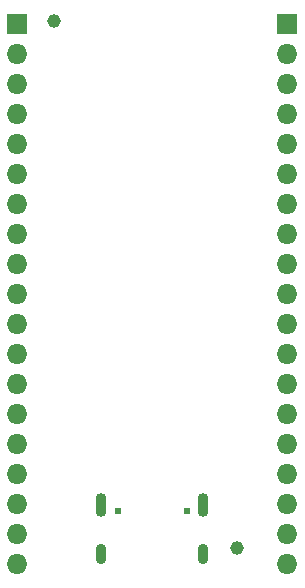
<source format=gbs>
G04 #@! TF.GenerationSoftware,KiCad,Pcbnew,5.1.6*
G04 #@! TF.CreationDate,2020-05-31T12:40:07+02:00*
G04 #@! TF.ProjectId,ESP32_Devkit_TypeC,45535033-325f-4446-9576-6b69745f5479,rev?*
G04 #@! TF.SameCoordinates,Original*
G04 #@! TF.FileFunction,Soldermask,Bot*
G04 #@! TF.FilePolarity,Negative*
%FSLAX46Y46*%
G04 Gerber Fmt 4.6, Leading zero omitted, Abs format (unit mm)*
G04 Created by KiCad (PCBNEW 5.1.6) date 2020-05-31 12:40:07*
%MOMM*%
%LPD*%
G01*
G04 APERTURE LIST*
%ADD10C,1.172000*%
%ADD11C,0.620000*%
%ADD12O,0.920000X1.720000*%
%ADD13O,0.920000X2.020000*%
%ADD14O,1.720000X1.720000*%
%ADD15R,1.720000X1.720000*%
G04 APERTURE END LIST*
D10*
X107200000Y-121500000D03*
X91700000Y-76900000D03*
D11*
X97110000Y-118350000D03*
X102890000Y-118350000D03*
D12*
X104320000Y-122040000D03*
X95680000Y-122040000D03*
D13*
X104320000Y-117870000D03*
X95680000Y-117870000D03*
D14*
X111430000Y-122860000D03*
X111430000Y-120320000D03*
X111430000Y-117780000D03*
X111430000Y-115240000D03*
X111430000Y-112700000D03*
X111430000Y-110160000D03*
X111430000Y-107620000D03*
X111430000Y-105080000D03*
X111430000Y-102540000D03*
X111430000Y-100000000D03*
X111430000Y-97460000D03*
X111430000Y-94920000D03*
X111430000Y-92380000D03*
X111430000Y-89840000D03*
X111430000Y-87300000D03*
X111430000Y-84760000D03*
X111430000Y-82220000D03*
X111430000Y-79680000D03*
D15*
X111430000Y-77140000D03*
D14*
X88570000Y-122860000D03*
X88570000Y-120320000D03*
X88570000Y-117780000D03*
X88570000Y-115240000D03*
X88570000Y-112700000D03*
X88570000Y-110160000D03*
X88570000Y-107620000D03*
X88570000Y-105080000D03*
X88570000Y-102540000D03*
X88570000Y-100000000D03*
X88570000Y-97460000D03*
X88570000Y-94920000D03*
X88570000Y-92380000D03*
X88570000Y-89840000D03*
X88570000Y-87300000D03*
X88570000Y-84760000D03*
X88570000Y-82220000D03*
X88570000Y-79680000D03*
D15*
X88570000Y-77140000D03*
M02*

</source>
